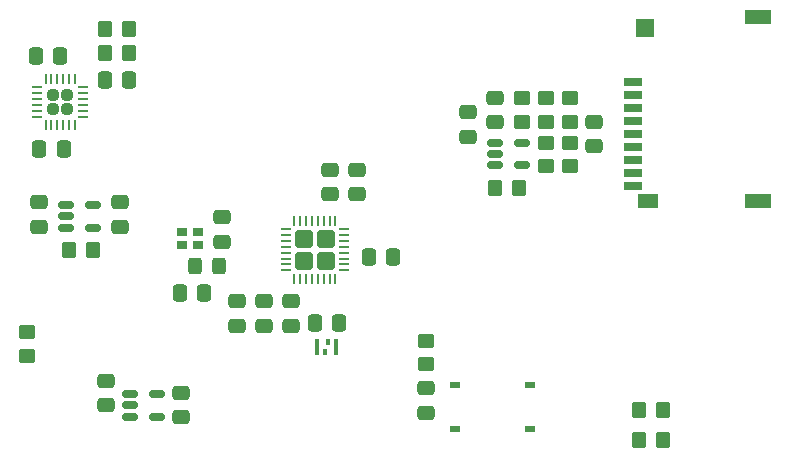
<source format=gtp>
%TF.GenerationSoftware,KiCad,Pcbnew,8.0.6-8.0.6-0~ubuntu24.04.1*%
%TF.CreationDate,2024-11-06T15:00:48+01:00*%
%TF.ProjectId,random_sampler,72616e64-6f6d-45f7-9361-6d706c65722e,rev?*%
%TF.SameCoordinates,Original*%
%TF.FileFunction,Paste,Top*%
%TF.FilePolarity,Positive*%
%FSLAX46Y46*%
G04 Gerber Fmt 4.6, Leading zero omitted, Abs format (unit mm)*
G04 Created by KiCad (PCBNEW 8.0.6-8.0.6-0~ubuntu24.04.1) date 2024-11-06 15:00:48*
%MOMM*%
%LPD*%
G01*
G04 APERTURE LIST*
G04 Aperture macros list*
%AMRoundRect*
0 Rectangle with rounded corners*
0 $1 Rounding radius*
0 $2 $3 $4 $5 $6 $7 $8 $9 X,Y pos of 4 corners*
0 Add a 4 corners polygon primitive as box body*
4,1,4,$2,$3,$4,$5,$6,$7,$8,$9,$2,$3,0*
0 Add four circle primitives for the rounded corners*
1,1,$1+$1,$2,$3*
1,1,$1+$1,$4,$5*
1,1,$1+$1,$6,$7*
1,1,$1+$1,$8,$9*
0 Add four rect primitives between the rounded corners*
20,1,$1+$1,$2,$3,$4,$5,0*
20,1,$1+$1,$4,$5,$6,$7,0*
20,1,$1+$1,$6,$7,$8,$9,0*
20,1,$1+$1,$8,$9,$2,$3,0*%
%AMFreePoly0*
4,1,25,0.297052,0.463394,0.325894,0.441263,0.441263,0.325894,0.477307,0.263464,0.482052,0.227420,0.482052,-0.227420,0.463394,-0.297052,0.441263,-0.325894,0.325894,-0.441263,0.263464,-0.477307,0.227420,-0.482052,-0.227420,-0.482052,-0.297052,-0.463394,-0.325894,-0.441263,-0.441263,-0.325894,-0.477307,-0.263464,-0.482052,-0.227420,-0.482052,0.227420,-0.463394,0.297052,-0.441263,0.325894,
-0.325894,0.441263,-0.263464,0.477307,-0.227420,0.482052,0.227420,0.482052,0.297052,0.463394,0.297052,0.463394,$1*%
G04 Aperture macros list end*
%ADD10RoundRect,0.150000X-0.512500X-0.150000X0.512500X-0.150000X0.512500X0.150000X-0.512500X0.150000X0*%
%ADD11RoundRect,0.250000X-0.475000X0.337500X-0.475000X-0.337500X0.475000X-0.337500X0.475000X0.337500X0*%
%ADD12R,0.850000X0.750000*%
%ADD13RoundRect,0.250000X0.350000X0.450000X-0.350000X0.450000X-0.350000X-0.450000X0.350000X-0.450000X0*%
%ADD14RoundRect,0.250000X0.475000X-0.337500X0.475000X0.337500X-0.475000X0.337500X-0.475000X-0.337500X0*%
%ADD15R,1.600000X0.700000*%
%ADD16R,1.800000X1.200000*%
%ADD17R,1.500000X1.600000*%
%ADD18R,2.200000X1.200000*%
%ADD19RoundRect,0.250000X-0.337500X-0.475000X0.337500X-0.475000X0.337500X0.475000X-0.337500X0.475000X0*%
%ADD20RoundRect,0.250000X0.450000X-0.350000X0.450000X0.350000X-0.450000X0.350000X-0.450000X-0.350000X0*%
%ADD21RoundRect,0.250000X-0.450000X0.350000X-0.450000X-0.350000X0.450000X-0.350000X0.450000X0.350000X0*%
%ADD22RoundRect,0.250000X-0.350000X-0.450000X0.350000X-0.450000X0.350000X0.450000X-0.350000X0.450000X0*%
%ADD23FreePoly0,270.000000*%
%ADD24RoundRect,0.062500X-0.062500X0.375000X-0.062500X-0.375000X0.062500X-0.375000X0.062500X0.375000X0*%
%ADD25RoundRect,0.062500X-0.375000X0.062500X-0.375000X-0.062500X0.375000X-0.062500X0.375000X0.062500X0*%
%ADD26RoundRect,0.250000X0.337500X0.475000X-0.337500X0.475000X-0.337500X-0.475000X0.337500X-0.475000X0*%
%ADD27R,0.406400X1.397000*%
%ADD28R,0.304800X0.508000*%
%ADD29RoundRect,0.250000X0.495000X-0.495000X0.495000X0.495000X-0.495000X0.495000X-0.495000X-0.495000X0*%
%ADD30RoundRect,0.062500X0.062500X-0.337500X0.062500X0.337500X-0.062500X0.337500X-0.062500X-0.337500X0*%
%ADD31RoundRect,0.062500X0.337500X-0.062500X0.337500X0.062500X-0.337500X0.062500X-0.337500X-0.062500X0*%
%ADD32R,0.952500X0.558800*%
%ADD33RoundRect,0.250000X-0.325000X-0.450000X0.325000X-0.450000X0.325000X0.450000X-0.325000X0.450000X0*%
G04 APERTURE END LIST*
D10*
%TO.C,U4*%
X22449526Y-44138474D03*
X22449526Y-45088474D03*
X22449526Y-46038474D03*
X24724526Y-46038474D03*
X24724526Y-44138474D03*
%TD*%
D11*
%TO.C,C7*%
X47498000Y-43645000D03*
X47498000Y-45720000D03*
%TD*%
D12*
%TO.C,Y1*%
X26844000Y-31496000D03*
X28194000Y-31496000D03*
X28194000Y-30446000D03*
X26844000Y-30446000D03*
%TD*%
D10*
%TO.C,U5*%
X53351000Y-22860000D03*
X53351000Y-23810000D03*
X53351000Y-24760000D03*
X55626000Y-24760000D03*
X55626000Y-22860000D03*
%TD*%
D13*
%TO.C,R11*%
X22320000Y-13208000D03*
X20320000Y-13208000D03*
%TD*%
D11*
%TO.C,C3*%
X33782000Y-36279000D03*
X33782000Y-38354000D03*
%TD*%
D14*
%TO.C,C2*%
X39370000Y-27221000D03*
X39370000Y-25146000D03*
%TD*%
D13*
%TO.C,R9*%
X19272000Y-31961000D03*
X17272000Y-31961000D03*
%TD*%
%TO.C,R13*%
X67532000Y-48006000D03*
X65532000Y-48006000D03*
%TD*%
D15*
%TO.C,J1*%
X65013500Y-17750000D03*
X65013500Y-18850000D03*
X65013500Y-19950000D03*
X65013500Y-21050000D03*
X65013500Y-22150000D03*
X65013500Y-23250000D03*
X65013500Y-24350000D03*
X65013500Y-25450000D03*
X65013500Y-26550000D03*
D16*
X66313500Y-27750000D03*
D17*
X66063500Y-13150000D03*
D18*
X75613500Y-27750000D03*
X75613500Y-12250000D03*
%TD*%
D19*
%TO.C,C11*%
X14435000Y-15494000D03*
X16510000Y-15494000D03*
%TD*%
D20*
%TO.C,R4*%
X57658000Y-24860000D03*
X57658000Y-22860000D03*
%TD*%
D21*
%TO.C,R1*%
X47498000Y-39624000D03*
X47498000Y-41624000D03*
%TD*%
D22*
%TO.C,R12*%
X65564000Y-45466000D03*
X67564000Y-45466000D03*
%TD*%
D21*
%TO.C,R2*%
X57658000Y-19082000D03*
X57658000Y-21082000D03*
%TD*%
D19*
%TO.C,C10*%
X38057000Y-38100000D03*
X40132000Y-38100000D03*
%TD*%
D14*
%TO.C,C15*%
X26767526Y-46081474D03*
X26767526Y-44006474D03*
%TD*%
D23*
%TO.C,U2*%
X17130000Y-18798500D03*
X15940000Y-18798500D03*
X17130000Y-19988500D03*
X15940000Y-19988500D03*
D24*
X17780000Y-17461000D03*
X17280000Y-17461000D03*
X16780000Y-17461000D03*
X16280000Y-17461000D03*
X15780000Y-17461000D03*
X15280000Y-17461000D03*
D25*
X14592500Y-18148500D03*
X14592500Y-18648500D03*
X14592500Y-19148500D03*
X14592500Y-19648500D03*
X14592500Y-20148500D03*
X14592500Y-20648500D03*
D24*
X15280000Y-21336000D03*
X15780000Y-21336000D03*
X16280000Y-21336000D03*
X16780000Y-21336000D03*
X17280000Y-21336000D03*
X17780000Y-21336000D03*
D25*
X18467500Y-20648500D03*
X18467500Y-20148500D03*
X18467500Y-19648500D03*
X18467500Y-19148500D03*
X18467500Y-18648500D03*
X18467500Y-18148500D03*
%TD*%
D14*
%TO.C,C16*%
X20417526Y-45065474D03*
X20417526Y-42990474D03*
%TD*%
D11*
%TO.C,C4*%
X31496000Y-36279000D03*
X31496000Y-38354000D03*
%TD*%
%TO.C,C12*%
X61722000Y-21060500D03*
X61722000Y-23135500D03*
%TD*%
D19*
%TO.C,C5*%
X42629000Y-32512000D03*
X44704000Y-32512000D03*
%TD*%
D11*
%TO.C,C18*%
X51054000Y-20277000D03*
X51054000Y-22352000D03*
%TD*%
D14*
%TO.C,C1*%
X41656000Y-27221000D03*
X41656000Y-25146000D03*
%TD*%
D13*
%TO.C,R8*%
X55372000Y-26670000D03*
X53372000Y-26670000D03*
%TD*%
D26*
%TO.C,C19*%
X22352000Y-17526000D03*
X20277000Y-17526000D03*
%TD*%
D21*
%TO.C,R3*%
X55626000Y-19082000D03*
X55626000Y-21082000D03*
%TD*%
D14*
%TO.C,C17*%
X53340000Y-21125000D03*
X53340000Y-19050000D03*
%TD*%
D26*
%TO.C,C20*%
X16807000Y-23368000D03*
X14732000Y-23368000D03*
%TD*%
D10*
%TO.C,U3*%
X17029000Y-28151000D03*
X17029000Y-29101000D03*
X17029000Y-30051000D03*
X19304000Y-30051000D03*
X19304000Y-28151000D03*
%TD*%
D14*
%TO.C,C14*%
X21590000Y-29972000D03*
X21590000Y-27897000D03*
%TD*%
D20*
%TO.C,R5*%
X59690000Y-24860000D03*
X59690000Y-22860000D03*
%TD*%
D27*
%TO.C,XTAL1*%
X38277998Y-40132000D03*
D28*
X38979024Y-40577999D03*
D27*
X39878000Y-40132000D03*
D28*
X39183999Y-39686001D03*
%TD*%
D29*
%TO.C,U1*%
X37147000Y-32839000D03*
X38997000Y-32839000D03*
X37147000Y-30989000D03*
X38997000Y-30989000D03*
D30*
X36322000Y-34364000D03*
X36822000Y-34364000D03*
X37322000Y-34364000D03*
X37822000Y-34364000D03*
X38322000Y-34364000D03*
X38822000Y-34364000D03*
X39322000Y-34364000D03*
X39822000Y-34364000D03*
D31*
X40522000Y-33664000D03*
X40522000Y-33164000D03*
X40522000Y-32664000D03*
X40522000Y-32164000D03*
X40522000Y-31664000D03*
X40522000Y-31164000D03*
X40522000Y-30664000D03*
X40522000Y-30164000D03*
D30*
X39822000Y-29464000D03*
X39322000Y-29464000D03*
X38822000Y-29464000D03*
X38322000Y-29464000D03*
X37822000Y-29464000D03*
X37322000Y-29464000D03*
X36822000Y-29464000D03*
X36322000Y-29464000D03*
D31*
X35622000Y-30164000D03*
X35622000Y-30664000D03*
X35622000Y-31164000D03*
X35622000Y-31664000D03*
X35622000Y-32164000D03*
X35622000Y-32664000D03*
X35622000Y-33164000D03*
X35622000Y-33664000D03*
%TD*%
D21*
%TO.C,R6*%
X59690000Y-19066000D03*
X59690000Y-21066000D03*
%TD*%
D32*
%TO.C,U6*%
X49904650Y-43357800D03*
X56267350Y-43357800D03*
X49904650Y-47066200D03*
X56267350Y-47066200D03*
%TD*%
D33*
%TO.C,L1*%
X27922000Y-33274000D03*
X29972000Y-33274000D03*
%TD*%
D19*
%TO.C,C8*%
X26627000Y-35560000D03*
X28702000Y-35560000D03*
%TD*%
D11*
%TO.C,C9*%
X30226000Y-29167000D03*
X30226000Y-31242000D03*
%TD*%
%TO.C,C6*%
X36068000Y-36279000D03*
X36068000Y-38354000D03*
%TD*%
D21*
%TO.C,R7*%
X13716000Y-38894000D03*
X13716000Y-40894000D03*
%TD*%
D13*
%TO.C,R10*%
X22320000Y-15240000D03*
X20320000Y-15240000D03*
%TD*%
D14*
%TO.C,C13*%
X14732000Y-29972000D03*
X14732000Y-27897000D03*
%TD*%
M02*

</source>
